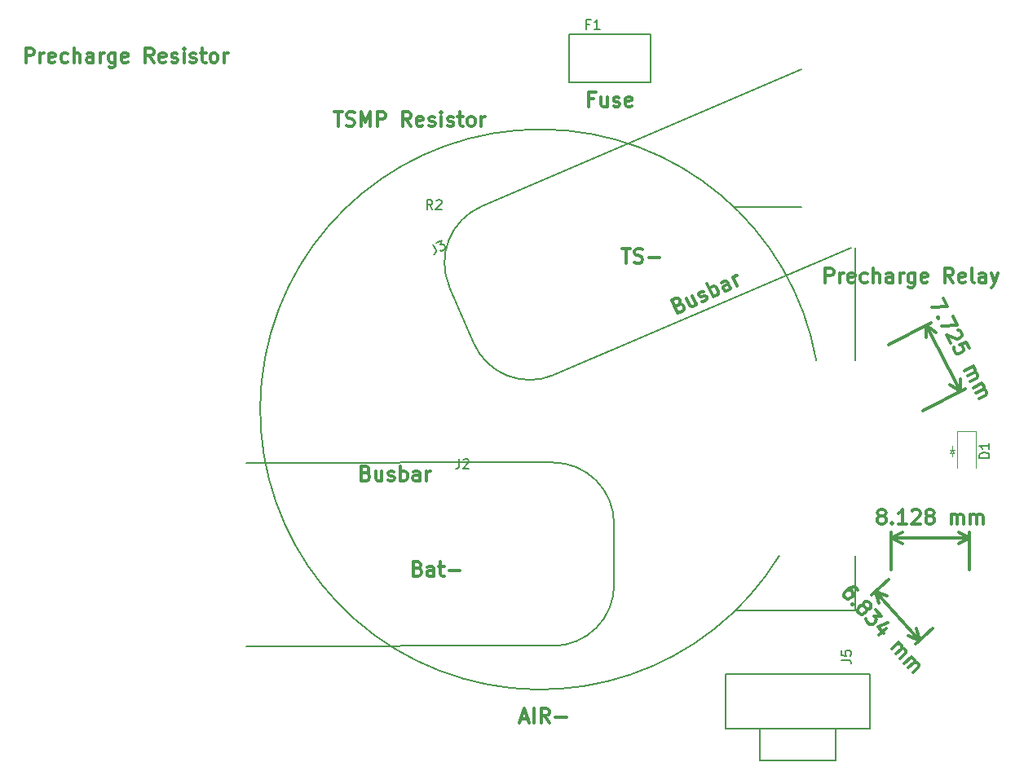
<source format=gto>
G04 #@! TF.GenerationSoftware,KiCad,Pcbnew,5.0.2-bee76a0~70~ubuntu18.04.1*
G04 #@! TF.CreationDate,2019-04-30T11:13:38-04:00*
G04 #@! TF.ProjectId,AIR_Mount_Minus,4149525f-4d6f-4756-9e74-5f4d696e7573,rev?*
G04 #@! TF.SameCoordinates,Original*
G04 #@! TF.FileFunction,Legend,Top*
G04 #@! TF.FilePolarity,Positive*
%FSLAX46Y46*%
G04 Gerber Fmt 4.6, Leading zero omitted, Abs format (unit mm)*
G04 Created by KiCad (PCBNEW 5.0.2-bee76a0~70~ubuntu18.04.1) date Tue 30 Apr 2019 11:13:38 AM EDT*
%MOMM*%
%LPD*%
G01*
G04 APERTURE LIST*
%ADD10C,0.300000*%
%ADD11C,0.200000*%
%ADD12C,0.100000*%
%ADD13C,0.120000*%
%ADD14C,0.150000*%
G04 APERTURE END LIST*
D10*
X166009142Y-124710000D02*
X166723428Y-124710000D01*
X165866285Y-125138571D02*
X166366285Y-123638571D01*
X166866285Y-125138571D01*
X167366285Y-125138571D02*
X167366285Y-123638571D01*
X168937714Y-125138571D02*
X168437714Y-124424285D01*
X168080571Y-125138571D02*
X168080571Y-123638571D01*
X168652000Y-123638571D01*
X168794857Y-123710000D01*
X168866285Y-123781428D01*
X168937714Y-123924285D01*
X168937714Y-124138571D01*
X168866285Y-124281428D01*
X168794857Y-124352857D01*
X168652000Y-124424285D01*
X168080571Y-124424285D01*
X169580571Y-124567142D02*
X170723428Y-124567142D01*
X182401796Y-81688750D02*
X182626191Y-81662925D01*
X182721115Y-81697474D01*
X182846225Y-81796760D01*
X182936786Y-81990969D01*
X182932424Y-82150628D01*
X182897875Y-82245552D01*
X182798589Y-82370662D01*
X182280699Y-82612158D01*
X181646772Y-81252696D01*
X182099925Y-81041387D01*
X182259585Y-81045749D01*
X182354508Y-81080299D01*
X182479619Y-81179584D01*
X182539993Y-81309057D01*
X182535630Y-81468716D01*
X182501081Y-81563640D01*
X182401796Y-81688750D01*
X181948642Y-81900059D01*
X183800169Y-80800240D02*
X184222787Y-81706547D01*
X183217542Y-81071923D02*
X183549600Y-81784022D01*
X183674710Y-81883307D01*
X183834369Y-81887670D01*
X184028578Y-81797108D01*
X184127864Y-81671998D01*
X184162413Y-81577075D01*
X184775226Y-81370128D02*
X184934886Y-81374490D01*
X185193831Y-81253742D01*
X185293117Y-81128632D01*
X185297479Y-80968972D01*
X185267292Y-80904236D01*
X185142182Y-80804950D01*
X184982522Y-80800588D01*
X184788313Y-80891149D01*
X184628654Y-80886787D01*
X184503543Y-80787502D01*
X184473356Y-80722765D01*
X184477719Y-80563106D01*
X184577004Y-80437995D01*
X184771213Y-80347434D01*
X184930872Y-80351797D01*
X185970666Y-80891498D02*
X185336739Y-79532036D01*
X185578235Y-80049926D02*
X185677521Y-79924816D01*
X185936466Y-79804068D01*
X186096125Y-79808430D01*
X186191049Y-79842980D01*
X186316159Y-79942265D01*
X186497281Y-80330683D01*
X186492919Y-80490342D01*
X186458369Y-80585266D01*
X186359084Y-80710376D01*
X186100139Y-80831124D01*
X185940479Y-80826762D01*
X187783282Y-80046261D02*
X187451225Y-79334162D01*
X187326114Y-79234877D01*
X187166455Y-79230515D01*
X186907510Y-79351263D01*
X186808224Y-79476373D01*
X187753095Y-79981525D02*
X187653809Y-80106635D01*
X187330128Y-80257571D01*
X187170468Y-80253208D01*
X187045358Y-80153923D01*
X186984984Y-80024450D01*
X186989346Y-79864791D01*
X187088632Y-79739680D01*
X187412313Y-79588745D01*
X187511599Y-79463635D01*
X188430645Y-79744391D02*
X188008026Y-78838083D01*
X188128774Y-79097029D02*
X188133137Y-78937369D01*
X188167686Y-78842446D01*
X188266971Y-78717335D01*
X188396444Y-78656961D01*
X149908000Y-99206857D02*
X150122285Y-99278285D01*
X150193714Y-99349714D01*
X150265142Y-99492571D01*
X150265142Y-99706857D01*
X150193714Y-99849714D01*
X150122285Y-99921142D01*
X149979428Y-99992571D01*
X149408000Y-99992571D01*
X149408000Y-98492571D01*
X149908000Y-98492571D01*
X150050857Y-98564000D01*
X150122285Y-98635428D01*
X150193714Y-98778285D01*
X150193714Y-98921142D01*
X150122285Y-99064000D01*
X150050857Y-99135428D01*
X149908000Y-99206857D01*
X149408000Y-99206857D01*
X151550857Y-98992571D02*
X151550857Y-99992571D01*
X150908000Y-98992571D02*
X150908000Y-99778285D01*
X150979428Y-99921142D01*
X151122285Y-99992571D01*
X151336571Y-99992571D01*
X151479428Y-99921142D01*
X151550857Y-99849714D01*
X152193714Y-99921142D02*
X152336571Y-99992571D01*
X152622285Y-99992571D01*
X152765142Y-99921142D01*
X152836571Y-99778285D01*
X152836571Y-99706857D01*
X152765142Y-99564000D01*
X152622285Y-99492571D01*
X152408000Y-99492571D01*
X152265142Y-99421142D01*
X152193714Y-99278285D01*
X152193714Y-99206857D01*
X152265142Y-99064000D01*
X152408000Y-98992571D01*
X152622285Y-98992571D01*
X152765142Y-99064000D01*
X153479428Y-99992571D02*
X153479428Y-98492571D01*
X153479428Y-99064000D02*
X153622285Y-98992571D01*
X153908000Y-98992571D01*
X154050857Y-99064000D01*
X154122285Y-99135428D01*
X154193714Y-99278285D01*
X154193714Y-99706857D01*
X154122285Y-99849714D01*
X154050857Y-99921142D01*
X153908000Y-99992571D01*
X153622285Y-99992571D01*
X153479428Y-99921142D01*
X155479428Y-99992571D02*
X155479428Y-99206857D01*
X155408000Y-99064000D01*
X155265142Y-98992571D01*
X154979428Y-98992571D01*
X154836571Y-99064000D01*
X155479428Y-99921142D02*
X155336571Y-99992571D01*
X154979428Y-99992571D01*
X154836571Y-99921142D01*
X154765142Y-99778285D01*
X154765142Y-99635428D01*
X154836571Y-99492571D01*
X154979428Y-99421142D01*
X155336571Y-99421142D01*
X155479428Y-99349714D01*
X156193714Y-99992571D02*
X156193714Y-98992571D01*
X156193714Y-99278285D02*
X156265142Y-99135428D01*
X156336571Y-99064000D01*
X156479428Y-98992571D01*
X156622285Y-98992571D01*
X173545714Y-60344857D02*
X173045714Y-60344857D01*
X173045714Y-61130571D02*
X173045714Y-59630571D01*
X173760000Y-59630571D01*
X174974285Y-60130571D02*
X174974285Y-61130571D01*
X174331428Y-60130571D02*
X174331428Y-60916285D01*
X174402857Y-61059142D01*
X174545714Y-61130571D01*
X174760000Y-61130571D01*
X174902857Y-61059142D01*
X174974285Y-60987714D01*
X175617142Y-61059142D02*
X175760000Y-61130571D01*
X176045714Y-61130571D01*
X176188571Y-61059142D01*
X176260000Y-60916285D01*
X176260000Y-60844857D01*
X176188571Y-60702000D01*
X176045714Y-60630571D01*
X175831428Y-60630571D01*
X175688571Y-60559142D01*
X175617142Y-60416285D01*
X175617142Y-60344857D01*
X175688571Y-60202000D01*
X175831428Y-60130571D01*
X176045714Y-60130571D01*
X176188571Y-60202000D01*
X177474285Y-61059142D02*
X177331428Y-61130571D01*
X177045714Y-61130571D01*
X176902857Y-61059142D01*
X176831428Y-60916285D01*
X176831428Y-60344857D01*
X176902857Y-60202000D01*
X177045714Y-60130571D01*
X177331428Y-60130571D01*
X177474285Y-60202000D01*
X177545714Y-60344857D01*
X177545714Y-60487714D01*
X176831428Y-60630571D01*
X114575142Y-56558571D02*
X114575142Y-55058571D01*
X115146571Y-55058571D01*
X115289428Y-55130000D01*
X115360857Y-55201428D01*
X115432285Y-55344285D01*
X115432285Y-55558571D01*
X115360857Y-55701428D01*
X115289428Y-55772857D01*
X115146571Y-55844285D01*
X114575142Y-55844285D01*
X116075142Y-56558571D02*
X116075142Y-55558571D01*
X116075142Y-55844285D02*
X116146571Y-55701428D01*
X116218000Y-55630000D01*
X116360857Y-55558571D01*
X116503714Y-55558571D01*
X117575142Y-56487142D02*
X117432285Y-56558571D01*
X117146571Y-56558571D01*
X117003714Y-56487142D01*
X116932285Y-56344285D01*
X116932285Y-55772857D01*
X117003714Y-55630000D01*
X117146571Y-55558571D01*
X117432285Y-55558571D01*
X117575142Y-55630000D01*
X117646571Y-55772857D01*
X117646571Y-55915714D01*
X116932285Y-56058571D01*
X118932285Y-56487142D02*
X118789428Y-56558571D01*
X118503714Y-56558571D01*
X118360857Y-56487142D01*
X118289428Y-56415714D01*
X118218000Y-56272857D01*
X118218000Y-55844285D01*
X118289428Y-55701428D01*
X118360857Y-55630000D01*
X118503714Y-55558571D01*
X118789428Y-55558571D01*
X118932285Y-55630000D01*
X119575142Y-56558571D02*
X119575142Y-55058571D01*
X120218000Y-56558571D02*
X120218000Y-55772857D01*
X120146571Y-55630000D01*
X120003714Y-55558571D01*
X119789428Y-55558571D01*
X119646571Y-55630000D01*
X119575142Y-55701428D01*
X121575142Y-56558571D02*
X121575142Y-55772857D01*
X121503714Y-55630000D01*
X121360857Y-55558571D01*
X121075142Y-55558571D01*
X120932285Y-55630000D01*
X121575142Y-56487142D02*
X121432285Y-56558571D01*
X121075142Y-56558571D01*
X120932285Y-56487142D01*
X120860857Y-56344285D01*
X120860857Y-56201428D01*
X120932285Y-56058571D01*
X121075142Y-55987142D01*
X121432285Y-55987142D01*
X121575142Y-55915714D01*
X122289428Y-56558571D02*
X122289428Y-55558571D01*
X122289428Y-55844285D02*
X122360857Y-55701428D01*
X122432285Y-55630000D01*
X122575142Y-55558571D01*
X122718000Y-55558571D01*
X123860857Y-55558571D02*
X123860857Y-56772857D01*
X123789428Y-56915714D01*
X123718000Y-56987142D01*
X123575142Y-57058571D01*
X123360857Y-57058571D01*
X123218000Y-56987142D01*
X123860857Y-56487142D02*
X123718000Y-56558571D01*
X123432285Y-56558571D01*
X123289428Y-56487142D01*
X123218000Y-56415714D01*
X123146571Y-56272857D01*
X123146571Y-55844285D01*
X123218000Y-55701428D01*
X123289428Y-55630000D01*
X123432285Y-55558571D01*
X123718000Y-55558571D01*
X123860857Y-55630000D01*
X125146571Y-56487142D02*
X125003714Y-56558571D01*
X124718000Y-56558571D01*
X124575142Y-56487142D01*
X124503714Y-56344285D01*
X124503714Y-55772857D01*
X124575142Y-55630000D01*
X124718000Y-55558571D01*
X125003714Y-55558571D01*
X125146571Y-55630000D01*
X125218000Y-55772857D01*
X125218000Y-55915714D01*
X124503714Y-56058571D01*
X127860857Y-56558571D02*
X127360857Y-55844285D01*
X127003714Y-56558571D02*
X127003714Y-55058571D01*
X127575142Y-55058571D01*
X127718000Y-55130000D01*
X127789428Y-55201428D01*
X127860857Y-55344285D01*
X127860857Y-55558571D01*
X127789428Y-55701428D01*
X127718000Y-55772857D01*
X127575142Y-55844285D01*
X127003714Y-55844285D01*
X129075142Y-56487142D02*
X128932285Y-56558571D01*
X128646571Y-56558571D01*
X128503714Y-56487142D01*
X128432285Y-56344285D01*
X128432285Y-55772857D01*
X128503714Y-55630000D01*
X128646571Y-55558571D01*
X128932285Y-55558571D01*
X129075142Y-55630000D01*
X129146571Y-55772857D01*
X129146571Y-55915714D01*
X128432285Y-56058571D01*
X129718000Y-56487142D02*
X129860857Y-56558571D01*
X130146571Y-56558571D01*
X130289428Y-56487142D01*
X130360857Y-56344285D01*
X130360857Y-56272857D01*
X130289428Y-56130000D01*
X130146571Y-56058571D01*
X129932285Y-56058571D01*
X129789428Y-55987142D01*
X129718000Y-55844285D01*
X129718000Y-55772857D01*
X129789428Y-55630000D01*
X129932285Y-55558571D01*
X130146571Y-55558571D01*
X130289428Y-55630000D01*
X131003714Y-56558571D02*
X131003714Y-55558571D01*
X131003714Y-55058571D02*
X130932285Y-55130000D01*
X131003714Y-55201428D01*
X131075142Y-55130000D01*
X131003714Y-55058571D01*
X131003714Y-55201428D01*
X131646571Y-56487142D02*
X131789428Y-56558571D01*
X132075142Y-56558571D01*
X132218000Y-56487142D01*
X132289428Y-56344285D01*
X132289428Y-56272857D01*
X132218000Y-56130000D01*
X132075142Y-56058571D01*
X131860857Y-56058571D01*
X131718000Y-55987142D01*
X131646571Y-55844285D01*
X131646571Y-55772857D01*
X131718000Y-55630000D01*
X131860857Y-55558571D01*
X132075142Y-55558571D01*
X132218000Y-55630000D01*
X132718000Y-55558571D02*
X133289428Y-55558571D01*
X132932285Y-55058571D02*
X132932285Y-56344285D01*
X133003714Y-56487142D01*
X133146571Y-56558571D01*
X133289428Y-56558571D01*
X134003714Y-56558571D02*
X133860857Y-56487142D01*
X133789428Y-56415714D01*
X133718000Y-56272857D01*
X133718000Y-55844285D01*
X133789428Y-55701428D01*
X133860857Y-55630000D01*
X134003714Y-55558571D01*
X134218000Y-55558571D01*
X134360857Y-55630000D01*
X134432285Y-55701428D01*
X134503714Y-55844285D01*
X134503714Y-56272857D01*
X134432285Y-56415714D01*
X134360857Y-56487142D01*
X134218000Y-56558571D01*
X134003714Y-56558571D01*
X135146571Y-56558571D02*
X135146571Y-55558571D01*
X135146571Y-55844285D02*
X135218000Y-55701428D01*
X135289428Y-55630000D01*
X135432285Y-55558571D01*
X135575142Y-55558571D01*
X146574857Y-61662571D02*
X147432000Y-61662571D01*
X147003428Y-63162571D02*
X147003428Y-61662571D01*
X147860571Y-63091142D02*
X148074857Y-63162571D01*
X148432000Y-63162571D01*
X148574857Y-63091142D01*
X148646285Y-63019714D01*
X148717714Y-62876857D01*
X148717714Y-62734000D01*
X148646285Y-62591142D01*
X148574857Y-62519714D01*
X148432000Y-62448285D01*
X148146285Y-62376857D01*
X148003428Y-62305428D01*
X147932000Y-62234000D01*
X147860571Y-62091142D01*
X147860571Y-61948285D01*
X147932000Y-61805428D01*
X148003428Y-61734000D01*
X148146285Y-61662571D01*
X148503428Y-61662571D01*
X148717714Y-61734000D01*
X149360571Y-63162571D02*
X149360571Y-61662571D01*
X149860571Y-62734000D01*
X150360571Y-61662571D01*
X150360571Y-63162571D01*
X151074857Y-63162571D02*
X151074857Y-61662571D01*
X151646285Y-61662571D01*
X151789142Y-61734000D01*
X151860571Y-61805428D01*
X151932000Y-61948285D01*
X151932000Y-62162571D01*
X151860571Y-62305428D01*
X151789142Y-62376857D01*
X151646285Y-62448285D01*
X151074857Y-62448285D01*
X154574857Y-63162571D02*
X154074857Y-62448285D01*
X153717714Y-63162571D02*
X153717714Y-61662571D01*
X154289142Y-61662571D01*
X154432000Y-61734000D01*
X154503428Y-61805428D01*
X154574857Y-61948285D01*
X154574857Y-62162571D01*
X154503428Y-62305428D01*
X154432000Y-62376857D01*
X154289142Y-62448285D01*
X153717714Y-62448285D01*
X155789142Y-63091142D02*
X155646285Y-63162571D01*
X155360571Y-63162571D01*
X155217714Y-63091142D01*
X155146285Y-62948285D01*
X155146285Y-62376857D01*
X155217714Y-62234000D01*
X155360571Y-62162571D01*
X155646285Y-62162571D01*
X155789142Y-62234000D01*
X155860571Y-62376857D01*
X155860571Y-62519714D01*
X155146285Y-62662571D01*
X156432000Y-63091142D02*
X156574857Y-63162571D01*
X156860571Y-63162571D01*
X157003428Y-63091142D01*
X157074857Y-62948285D01*
X157074857Y-62876857D01*
X157003428Y-62734000D01*
X156860571Y-62662571D01*
X156646285Y-62662571D01*
X156503428Y-62591142D01*
X156432000Y-62448285D01*
X156432000Y-62376857D01*
X156503428Y-62234000D01*
X156646285Y-62162571D01*
X156860571Y-62162571D01*
X157003428Y-62234000D01*
X157717714Y-63162571D02*
X157717714Y-62162571D01*
X157717714Y-61662571D02*
X157646285Y-61734000D01*
X157717714Y-61805428D01*
X157789142Y-61734000D01*
X157717714Y-61662571D01*
X157717714Y-61805428D01*
X158360571Y-63091142D02*
X158503428Y-63162571D01*
X158789142Y-63162571D01*
X158932000Y-63091142D01*
X159003428Y-62948285D01*
X159003428Y-62876857D01*
X158932000Y-62734000D01*
X158789142Y-62662571D01*
X158574857Y-62662571D01*
X158432000Y-62591142D01*
X158360571Y-62448285D01*
X158360571Y-62376857D01*
X158432000Y-62234000D01*
X158574857Y-62162571D01*
X158789142Y-62162571D01*
X158932000Y-62234000D01*
X159432000Y-62162571D02*
X160003428Y-62162571D01*
X159646285Y-61662571D02*
X159646285Y-62948285D01*
X159717714Y-63091142D01*
X159860571Y-63162571D01*
X160003428Y-63162571D01*
X160717714Y-63162571D02*
X160574857Y-63091142D01*
X160503428Y-63019714D01*
X160432000Y-62876857D01*
X160432000Y-62448285D01*
X160503428Y-62305428D01*
X160574857Y-62234000D01*
X160717714Y-62162571D01*
X160932000Y-62162571D01*
X161074857Y-62234000D01*
X161146285Y-62305428D01*
X161217714Y-62448285D01*
X161217714Y-62876857D01*
X161146285Y-63019714D01*
X161074857Y-63091142D01*
X160932000Y-63162571D01*
X160717714Y-63162571D01*
X161860571Y-63162571D02*
X161860571Y-62162571D01*
X161860571Y-62448285D02*
X161932000Y-62305428D01*
X162003428Y-62234000D01*
X162146285Y-62162571D01*
X162289142Y-62162571D01*
X176490571Y-75886571D02*
X177347714Y-75886571D01*
X176919142Y-77386571D02*
X176919142Y-75886571D01*
X177776285Y-77315142D02*
X177990571Y-77386571D01*
X178347714Y-77386571D01*
X178490571Y-77315142D01*
X178562000Y-77243714D01*
X178633428Y-77100857D01*
X178633428Y-76958000D01*
X178562000Y-76815142D01*
X178490571Y-76743714D01*
X178347714Y-76672285D01*
X178062000Y-76600857D01*
X177919142Y-76529428D01*
X177847714Y-76458000D01*
X177776285Y-76315142D01*
X177776285Y-76172285D01*
X177847714Y-76029428D01*
X177919142Y-75958000D01*
X178062000Y-75886571D01*
X178419142Y-75886571D01*
X178633428Y-75958000D01*
X179276285Y-76815142D02*
X180419142Y-76815142D01*
X155297428Y-109112857D02*
X155511714Y-109184285D01*
X155583142Y-109255714D01*
X155654571Y-109398571D01*
X155654571Y-109612857D01*
X155583142Y-109755714D01*
X155511714Y-109827142D01*
X155368857Y-109898571D01*
X154797428Y-109898571D01*
X154797428Y-108398571D01*
X155297428Y-108398571D01*
X155440285Y-108470000D01*
X155511714Y-108541428D01*
X155583142Y-108684285D01*
X155583142Y-108827142D01*
X155511714Y-108970000D01*
X155440285Y-109041428D01*
X155297428Y-109112857D01*
X154797428Y-109112857D01*
X156940285Y-109898571D02*
X156940285Y-109112857D01*
X156868857Y-108970000D01*
X156726000Y-108898571D01*
X156440285Y-108898571D01*
X156297428Y-108970000D01*
X156940285Y-109827142D02*
X156797428Y-109898571D01*
X156440285Y-109898571D01*
X156297428Y-109827142D01*
X156226000Y-109684285D01*
X156226000Y-109541428D01*
X156297428Y-109398571D01*
X156440285Y-109327142D01*
X156797428Y-109327142D01*
X156940285Y-109255714D01*
X157440285Y-108898571D02*
X158011714Y-108898571D01*
X157654571Y-108398571D02*
X157654571Y-109684285D01*
X157726000Y-109827142D01*
X157868857Y-109898571D01*
X158011714Y-109898571D01*
X158511714Y-109327142D02*
X159654571Y-109327142D01*
X197609142Y-79418571D02*
X197609142Y-77918571D01*
X198180571Y-77918571D01*
X198323428Y-77990000D01*
X198394857Y-78061428D01*
X198466285Y-78204285D01*
X198466285Y-78418571D01*
X198394857Y-78561428D01*
X198323428Y-78632857D01*
X198180571Y-78704285D01*
X197609142Y-78704285D01*
X199109142Y-79418571D02*
X199109142Y-78418571D01*
X199109142Y-78704285D02*
X199180571Y-78561428D01*
X199252000Y-78490000D01*
X199394857Y-78418571D01*
X199537714Y-78418571D01*
X200609142Y-79347142D02*
X200466285Y-79418571D01*
X200180571Y-79418571D01*
X200037714Y-79347142D01*
X199966285Y-79204285D01*
X199966285Y-78632857D01*
X200037714Y-78490000D01*
X200180571Y-78418571D01*
X200466285Y-78418571D01*
X200609142Y-78490000D01*
X200680571Y-78632857D01*
X200680571Y-78775714D01*
X199966285Y-78918571D01*
X201966285Y-79347142D02*
X201823428Y-79418571D01*
X201537714Y-79418571D01*
X201394857Y-79347142D01*
X201323428Y-79275714D01*
X201252000Y-79132857D01*
X201252000Y-78704285D01*
X201323428Y-78561428D01*
X201394857Y-78490000D01*
X201537714Y-78418571D01*
X201823428Y-78418571D01*
X201966285Y-78490000D01*
X202609142Y-79418571D02*
X202609142Y-77918571D01*
X203252000Y-79418571D02*
X203252000Y-78632857D01*
X203180571Y-78490000D01*
X203037714Y-78418571D01*
X202823428Y-78418571D01*
X202680571Y-78490000D01*
X202609142Y-78561428D01*
X204609142Y-79418571D02*
X204609142Y-78632857D01*
X204537714Y-78490000D01*
X204394857Y-78418571D01*
X204109142Y-78418571D01*
X203966285Y-78490000D01*
X204609142Y-79347142D02*
X204466285Y-79418571D01*
X204109142Y-79418571D01*
X203966285Y-79347142D01*
X203894857Y-79204285D01*
X203894857Y-79061428D01*
X203966285Y-78918571D01*
X204109142Y-78847142D01*
X204466285Y-78847142D01*
X204609142Y-78775714D01*
X205323428Y-79418571D02*
X205323428Y-78418571D01*
X205323428Y-78704285D02*
X205394857Y-78561428D01*
X205466285Y-78490000D01*
X205609142Y-78418571D01*
X205752000Y-78418571D01*
X206894857Y-78418571D02*
X206894857Y-79632857D01*
X206823428Y-79775714D01*
X206752000Y-79847142D01*
X206609142Y-79918571D01*
X206394857Y-79918571D01*
X206252000Y-79847142D01*
X206894857Y-79347142D02*
X206752000Y-79418571D01*
X206466285Y-79418571D01*
X206323428Y-79347142D01*
X206252000Y-79275714D01*
X206180571Y-79132857D01*
X206180571Y-78704285D01*
X206252000Y-78561428D01*
X206323428Y-78490000D01*
X206466285Y-78418571D01*
X206752000Y-78418571D01*
X206894857Y-78490000D01*
X208180571Y-79347142D02*
X208037714Y-79418571D01*
X207752000Y-79418571D01*
X207609142Y-79347142D01*
X207537714Y-79204285D01*
X207537714Y-78632857D01*
X207609142Y-78490000D01*
X207752000Y-78418571D01*
X208037714Y-78418571D01*
X208180571Y-78490000D01*
X208252000Y-78632857D01*
X208252000Y-78775714D01*
X207537714Y-78918571D01*
X210894857Y-79418571D02*
X210394857Y-78704285D01*
X210037714Y-79418571D02*
X210037714Y-77918571D01*
X210609142Y-77918571D01*
X210752000Y-77990000D01*
X210823428Y-78061428D01*
X210894857Y-78204285D01*
X210894857Y-78418571D01*
X210823428Y-78561428D01*
X210752000Y-78632857D01*
X210609142Y-78704285D01*
X210037714Y-78704285D01*
X212109142Y-79347142D02*
X211966285Y-79418571D01*
X211680571Y-79418571D01*
X211537714Y-79347142D01*
X211466285Y-79204285D01*
X211466285Y-78632857D01*
X211537714Y-78490000D01*
X211680571Y-78418571D01*
X211966285Y-78418571D01*
X212109142Y-78490000D01*
X212180571Y-78632857D01*
X212180571Y-78775714D01*
X211466285Y-78918571D01*
X213037714Y-79418571D02*
X212894857Y-79347142D01*
X212823428Y-79204285D01*
X212823428Y-77918571D01*
X214252000Y-79418571D02*
X214252000Y-78632857D01*
X214180571Y-78490000D01*
X214037714Y-78418571D01*
X213752000Y-78418571D01*
X213609142Y-78490000D01*
X214252000Y-79347142D02*
X214109142Y-79418571D01*
X213752000Y-79418571D01*
X213609142Y-79347142D01*
X213537714Y-79204285D01*
X213537714Y-79061428D01*
X213609142Y-78918571D01*
X213752000Y-78847142D01*
X214109142Y-78847142D01*
X214252000Y-78775714D01*
X214823428Y-78418571D02*
X215180571Y-79418571D01*
X215537714Y-78418571D02*
X215180571Y-79418571D01*
X215037714Y-79775714D01*
X214966285Y-79847142D01*
X214823428Y-79918571D01*
X209841125Y-81010328D02*
X210301442Y-81898082D01*
X208673892Y-82017859D01*
X209359671Y-83030087D02*
X209329140Y-83126378D01*
X209232849Y-83095846D01*
X209263380Y-82999556D01*
X209359671Y-83030087D01*
X209232849Y-83095846D01*
X210827519Y-82912659D02*
X211287836Y-83800414D01*
X209660286Y-83920190D01*
X211391173Y-84310050D02*
X211487464Y-84340582D01*
X211616634Y-84434524D01*
X211781033Y-84751579D01*
X211783382Y-84911281D01*
X211752851Y-85007572D01*
X211658908Y-85136742D01*
X211532086Y-85202502D01*
X211308973Y-85237730D01*
X210153483Y-84871356D01*
X210580921Y-85695699D01*
X212537269Y-86210033D02*
X212208471Y-85575923D01*
X211541480Y-85841310D01*
X211637771Y-85871841D01*
X211766942Y-85965783D01*
X211931341Y-86282838D01*
X211933689Y-86442540D01*
X211903158Y-86538831D01*
X211809216Y-86668002D01*
X211492161Y-86832401D01*
X211332459Y-86834749D01*
X211236168Y-86804218D01*
X211106997Y-86710276D01*
X210942598Y-86393220D01*
X210940250Y-86233519D01*
X210970781Y-86137228D01*
X212060512Y-88549196D02*
X212948266Y-88088879D01*
X212821444Y-88154638D02*
X212917735Y-88185169D01*
X213046905Y-88279112D01*
X213145545Y-88469345D01*
X213147893Y-88629047D01*
X213053951Y-88758217D01*
X212356430Y-89119895D01*
X213053951Y-88758217D02*
X213213653Y-88755869D01*
X213342824Y-88849811D01*
X213441463Y-89040044D01*
X213443812Y-89199746D01*
X213349869Y-89328917D01*
X212652348Y-89690594D01*
X212981146Y-90324705D02*
X213868900Y-89864388D01*
X213742078Y-89930147D02*
X213838369Y-89960678D01*
X213967540Y-90054621D01*
X214066179Y-90244854D01*
X214068528Y-90404556D01*
X213974585Y-90533726D01*
X213277064Y-90895404D01*
X213974585Y-90533726D02*
X214134287Y-90531378D01*
X214263458Y-90625320D01*
X214362097Y-90815553D01*
X214364446Y-90975255D01*
X214270504Y-91104426D01*
X213572982Y-91466103D01*
X211590238Y-90730173D02*
X208034238Y-83872173D01*
X207772000Y-92710000D02*
X212110835Y-90460234D01*
X204216000Y-85852000D02*
X208554835Y-83602234D01*
X208034238Y-83872173D02*
X209073385Y-84602292D01*
X208034238Y-83872173D02*
X208032189Y-85142171D01*
X211590238Y-90730173D02*
X211592287Y-89460175D01*
X211590238Y-90730173D02*
X210551091Y-90000054D01*
X203319714Y-103639428D02*
X203176857Y-103568000D01*
X203105428Y-103496571D01*
X203034000Y-103353714D01*
X203034000Y-103282285D01*
X203105428Y-103139428D01*
X203176857Y-103068000D01*
X203319714Y-102996571D01*
X203605428Y-102996571D01*
X203748285Y-103068000D01*
X203819714Y-103139428D01*
X203891142Y-103282285D01*
X203891142Y-103353714D01*
X203819714Y-103496571D01*
X203748285Y-103568000D01*
X203605428Y-103639428D01*
X203319714Y-103639428D01*
X203176857Y-103710857D01*
X203105428Y-103782285D01*
X203034000Y-103925142D01*
X203034000Y-104210857D01*
X203105428Y-104353714D01*
X203176857Y-104425142D01*
X203319714Y-104496571D01*
X203605428Y-104496571D01*
X203748285Y-104425142D01*
X203819714Y-104353714D01*
X203891142Y-104210857D01*
X203891142Y-103925142D01*
X203819714Y-103782285D01*
X203748285Y-103710857D01*
X203605428Y-103639428D01*
X204534000Y-104353714D02*
X204605428Y-104425142D01*
X204534000Y-104496571D01*
X204462571Y-104425142D01*
X204534000Y-104353714D01*
X204534000Y-104496571D01*
X206034000Y-104496571D02*
X205176857Y-104496571D01*
X205605428Y-104496571D02*
X205605428Y-102996571D01*
X205462571Y-103210857D01*
X205319714Y-103353714D01*
X205176857Y-103425142D01*
X206605428Y-103139428D02*
X206676857Y-103068000D01*
X206819714Y-102996571D01*
X207176857Y-102996571D01*
X207319714Y-103068000D01*
X207391142Y-103139428D01*
X207462571Y-103282285D01*
X207462571Y-103425142D01*
X207391142Y-103639428D01*
X206534000Y-104496571D01*
X207462571Y-104496571D01*
X208319714Y-103639428D02*
X208176857Y-103568000D01*
X208105428Y-103496571D01*
X208034000Y-103353714D01*
X208034000Y-103282285D01*
X208105428Y-103139428D01*
X208176857Y-103068000D01*
X208319714Y-102996571D01*
X208605428Y-102996571D01*
X208748285Y-103068000D01*
X208819714Y-103139428D01*
X208891142Y-103282285D01*
X208891142Y-103353714D01*
X208819714Y-103496571D01*
X208748285Y-103568000D01*
X208605428Y-103639428D01*
X208319714Y-103639428D01*
X208176857Y-103710857D01*
X208105428Y-103782285D01*
X208034000Y-103925142D01*
X208034000Y-104210857D01*
X208105428Y-104353714D01*
X208176857Y-104425142D01*
X208319714Y-104496571D01*
X208605428Y-104496571D01*
X208748285Y-104425142D01*
X208819714Y-104353714D01*
X208891142Y-104210857D01*
X208891142Y-103925142D01*
X208819714Y-103782285D01*
X208748285Y-103710857D01*
X208605428Y-103639428D01*
X210676857Y-104496571D02*
X210676857Y-103496571D01*
X210676857Y-103639428D02*
X210748285Y-103568000D01*
X210891142Y-103496571D01*
X211105428Y-103496571D01*
X211248285Y-103568000D01*
X211319714Y-103710857D01*
X211319714Y-104496571D01*
X211319714Y-103710857D02*
X211391142Y-103568000D01*
X211534000Y-103496571D01*
X211748285Y-103496571D01*
X211891142Y-103568000D01*
X211962571Y-103710857D01*
X211962571Y-104496571D01*
X212676857Y-104496571D02*
X212676857Y-103496571D01*
X212676857Y-103639428D02*
X212748285Y-103568000D01*
X212891142Y-103496571D01*
X213105428Y-103496571D01*
X213248285Y-103568000D01*
X213319714Y-103710857D01*
X213319714Y-104496571D01*
X213319714Y-103710857D02*
X213391142Y-103568000D01*
X213534000Y-103496571D01*
X213748285Y-103496571D01*
X213891142Y-103568000D01*
X213962571Y-103710857D01*
X213962571Y-104496571D01*
X204470000Y-105918000D02*
X212598000Y-105918000D01*
X204470000Y-109220000D02*
X204470000Y-105331579D01*
X212598000Y-109220000D02*
X212598000Y-105331579D01*
X212598000Y-105918000D02*
X211471496Y-106504421D01*
X212598000Y-105918000D02*
X211471496Y-105331579D01*
X204470000Y-105918000D02*
X205596504Y-106504421D01*
X204470000Y-105918000D02*
X205596504Y-105331579D01*
X200960889Y-111324478D02*
X200769757Y-111112109D01*
X200621098Y-111053707D01*
X200520222Y-111048398D01*
X200265379Y-111085562D01*
X200005226Y-111223603D01*
X199580486Y-111605868D01*
X199522084Y-111754527D01*
X199516775Y-111855403D01*
X199559249Y-112009371D01*
X199750382Y-112221741D01*
X199899041Y-112280142D01*
X199999916Y-112285451D01*
X200153884Y-112242978D01*
X200419347Y-112004062D01*
X200477748Y-111855403D01*
X200483058Y-111754527D01*
X200440584Y-111600559D01*
X200249451Y-111388189D01*
X200100792Y-111329788D01*
X199999916Y-111324478D01*
X199845948Y-111366952D01*
X200477748Y-112816376D02*
X200472439Y-112917252D01*
X200371563Y-112911942D01*
X200376873Y-112811067D01*
X200477748Y-112816376D01*
X200371563Y-112911942D01*
X201629854Y-113028746D02*
X201587380Y-112874778D01*
X201592690Y-112773902D01*
X201651091Y-112625243D01*
X201704184Y-112577460D01*
X201858152Y-112534986D01*
X201959027Y-112540295D01*
X202107686Y-112598697D01*
X202298819Y-112811067D01*
X202341293Y-112965035D01*
X202335984Y-113065910D01*
X202277582Y-113214569D01*
X202224490Y-113262352D01*
X202070521Y-113304826D01*
X201969646Y-113299517D01*
X201820987Y-113241115D01*
X201629854Y-113028746D01*
X201481195Y-112970344D01*
X201380320Y-112965035D01*
X201226352Y-113007509D01*
X201013982Y-113198641D01*
X200955580Y-113347300D01*
X200950271Y-113448176D01*
X200992745Y-113602144D01*
X201183878Y-113814514D01*
X201332537Y-113872915D01*
X201433412Y-113878225D01*
X201587380Y-113835751D01*
X201799750Y-113644618D01*
X201858152Y-113495959D01*
X201863461Y-113395083D01*
X201820987Y-113241115D01*
X202824434Y-113395083D02*
X203445616Y-114085285D01*
X202686394Y-114095904D01*
X202829743Y-114255181D01*
X202872217Y-114409149D01*
X202866908Y-114510025D01*
X202808506Y-114658684D01*
X202543044Y-114897599D01*
X202389076Y-114940073D01*
X202288200Y-114934764D01*
X202139542Y-114876363D01*
X201852842Y-114557808D01*
X201810369Y-114403840D01*
X201815678Y-114302964D01*
X203934066Y-115375431D02*
X203190772Y-116044396D01*
X204119890Y-114727704D02*
X203084587Y-115178989D01*
X203705769Y-115869191D01*
X204480918Y-117477892D02*
X205224212Y-116808927D01*
X205118027Y-116904494D02*
X205218903Y-116909803D01*
X205367562Y-116968205D01*
X205510911Y-117127482D01*
X205553385Y-117281450D01*
X205494984Y-117430109D01*
X204910967Y-117955724D01*
X205494984Y-117430109D02*
X205648952Y-117387635D01*
X205797611Y-117446037D01*
X205940960Y-117605314D01*
X205983434Y-117759282D01*
X205925033Y-117907941D01*
X205341016Y-118433556D01*
X205818848Y-118964480D02*
X206562142Y-118295516D01*
X206455957Y-118391082D02*
X206556833Y-118396391D01*
X206705491Y-118454793D01*
X206848841Y-118614070D01*
X206891315Y-118768038D01*
X206832913Y-118916697D01*
X206248896Y-119442312D01*
X206832913Y-118916697D02*
X206986881Y-118874223D01*
X207135540Y-118932625D01*
X207278890Y-119091902D01*
X207321364Y-119245870D01*
X207262962Y-119394529D01*
X206678945Y-119920144D01*
X202826719Y-111486353D02*
X207398719Y-116566353D01*
X204216000Y-110236000D02*
X202390835Y-111878648D01*
X208788000Y-115316000D02*
X206962835Y-116958648D01*
X207398719Y-116566353D02*
X206209245Y-116121324D01*
X207398719Y-116566353D02*
X207081011Y-115336735D01*
X202826719Y-111486353D02*
X203144427Y-112715971D01*
X202826719Y-111486353D02*
X204016193Y-111931382D01*
D11*
X169297205Y-98099814D02*
X137450331Y-98152788D01*
X188229345Y-113506414D02*
X200733793Y-113485615D01*
X169297204Y-98099815D02*
G75*
G02X175657758Y-104439243I10563J-6349991D01*
G01*
X137450670Y-117202814D02*
X169328892Y-117149788D01*
X169413446Y-89004138D02*
X200246373Y-75756370D01*
X192805440Y-107806889D02*
G75*
G02X196657975Y-87505019I-24796258J15221870D01*
G01*
X158565650Y-79842380D02*
X161072417Y-85676643D01*
X169413446Y-89004138D02*
G75*
G02X161072417Y-85676643I-2506767J5834262D01*
G01*
X200733793Y-113485615D02*
X200724377Y-107825019D01*
X175668321Y-110789235D02*
G75*
G02X169328892Y-117149788I-6349991J-10562D01*
G01*
X175668321Y-110789234D02*
X175657758Y-104439243D01*
X200690577Y-87505019D02*
X200671034Y-75755663D01*
X158565650Y-79842379D02*
G75*
G02X161893146Y-71501351I5834262J2506766D01*
G01*
X195120000Y-71584895D02*
X188159633Y-71596472D01*
X195120000Y-57225000D02*
X161893146Y-71501351D01*
D12*
G04 #@! TO.C,D1*
X210760000Y-97110000D02*
X210760000Y-97510000D01*
X210760000Y-96810000D02*
X210960000Y-97110000D01*
X210960000Y-97110000D02*
X210560000Y-97110000D01*
X210560000Y-97110000D02*
X210760000Y-96810000D01*
X210760000Y-96410000D02*
X210760000Y-96810000D01*
X210760000Y-96810000D02*
X211010000Y-96810000D01*
X211010000Y-96810000D02*
X210510000Y-96810000D01*
D13*
X213260000Y-94810000D02*
X211260000Y-94810000D01*
X211260000Y-94810000D02*
X211260000Y-98660000D01*
X213260000Y-94810000D02*
X213260000Y-98660000D01*
D14*
G04 #@! TO.C,F1*
X170966000Y-53634000D02*
X179466000Y-53634000D01*
X179466000Y-53634000D02*
X179466000Y-58634000D01*
X179466000Y-58634000D02*
X170966000Y-58634000D01*
X170966000Y-58634000D02*
X170966000Y-53634000D01*
G04 #@! TO.C,J5*
X190840000Y-125770000D02*
X190840000Y-129080000D01*
X190840000Y-129080000D02*
X198640000Y-129080000D01*
X198640000Y-129080000D02*
X198640000Y-125770000D01*
X202240000Y-125770000D02*
X202240000Y-120048000D01*
X187240000Y-125770000D02*
X187240000Y-120048000D01*
X202240000Y-125770000D02*
X187240000Y-125770000D01*
X202240000Y-120048000D02*
X187240000Y-120048000D01*
G04 #@! TO.C,D1*
X214617380Y-97621095D02*
X213617380Y-97621095D01*
X213617380Y-97383000D01*
X213665000Y-97240142D01*
X213760238Y-97144904D01*
X213855476Y-97097285D01*
X214045952Y-97049666D01*
X214188809Y-97049666D01*
X214379285Y-97097285D01*
X214474523Y-97144904D01*
X214569761Y-97240142D01*
X214617380Y-97383000D01*
X214617380Y-97621095D01*
X214617380Y-96097285D02*
X214617380Y-96668714D01*
X214617380Y-96383000D02*
X213617380Y-96383000D01*
X213760238Y-96478238D01*
X213855476Y-96573476D01*
X213903095Y-96668714D01*
G04 #@! TO.C,F1*
X173132666Y-52562571D02*
X172799333Y-52562571D01*
X172799333Y-53086380D02*
X172799333Y-52086380D01*
X173275523Y-52086380D01*
X174180285Y-53086380D02*
X173608857Y-53086380D01*
X173894571Y-53086380D02*
X173894571Y-52086380D01*
X173799333Y-52229238D01*
X173704095Y-52324476D01*
X173608857Y-52372095D01*
G04 #@! TO.C,J2*
X159570029Y-97752381D02*
X159570029Y-98466667D01*
X159522410Y-98609524D01*
X159427172Y-98704762D01*
X159284315Y-98752381D01*
X159189077Y-98752381D01*
X159998601Y-97847620D02*
X160046220Y-97800001D01*
X160141458Y-97752381D01*
X160379553Y-97752381D01*
X160474791Y-97800001D01*
X160522410Y-97847620D01*
X160570029Y-97942858D01*
X160570029Y-98038096D01*
X160522410Y-98180953D01*
X159950982Y-98752381D01*
X160570029Y-98752381D01*
G04 #@! TO.C,J3*
X156866643Y-75423575D02*
X157168513Y-76070938D01*
X157185730Y-76220535D01*
X157139664Y-76347099D01*
X157030316Y-76450631D01*
X156944001Y-76490880D01*
X157211903Y-75262577D02*
X157772951Y-75000957D01*
X157631846Y-75487089D01*
X157761318Y-75426715D01*
X157867758Y-75429624D01*
X157931040Y-75452656D01*
X158014447Y-75518847D01*
X158115070Y-75734634D01*
X158112162Y-75841074D01*
X158089129Y-75904356D01*
X158022939Y-75987763D01*
X157763994Y-76108511D01*
X157657554Y-76105603D01*
X157594272Y-76082570D01*
G04 #@! TO.C,J5*
X199272380Y-118603333D02*
X199986666Y-118603333D01*
X200129523Y-118650952D01*
X200224761Y-118746190D01*
X200272380Y-118889047D01*
X200272380Y-118984285D01*
X199272380Y-117650952D02*
X199272380Y-118127142D01*
X199748571Y-118174761D01*
X199700952Y-118127142D01*
X199653333Y-118031904D01*
X199653333Y-117793809D01*
X199700952Y-117698571D01*
X199748571Y-117650952D01*
X199843809Y-117603333D01*
X200081904Y-117603333D01*
X200177142Y-117650952D01*
X200224761Y-117698571D01*
X200272380Y-117793809D01*
X200272380Y-118031904D01*
X200224761Y-118127142D01*
X200177142Y-118174761D01*
G04 #@! TO.C,R2*
X156807333Y-71816380D02*
X156474000Y-71340190D01*
X156235904Y-71816380D02*
X156235904Y-70816380D01*
X156616857Y-70816380D01*
X156712095Y-70864000D01*
X156759714Y-70911619D01*
X156807333Y-71006857D01*
X156807333Y-71149714D01*
X156759714Y-71244952D01*
X156712095Y-71292571D01*
X156616857Y-71340190D01*
X156235904Y-71340190D01*
X157188285Y-70911619D02*
X157235904Y-70864000D01*
X157331142Y-70816380D01*
X157569238Y-70816380D01*
X157664476Y-70864000D01*
X157712095Y-70911619D01*
X157759714Y-71006857D01*
X157759714Y-71102095D01*
X157712095Y-71244952D01*
X157140666Y-71816380D01*
X157759714Y-71816380D01*
G04 #@! TD*
M02*

</source>
